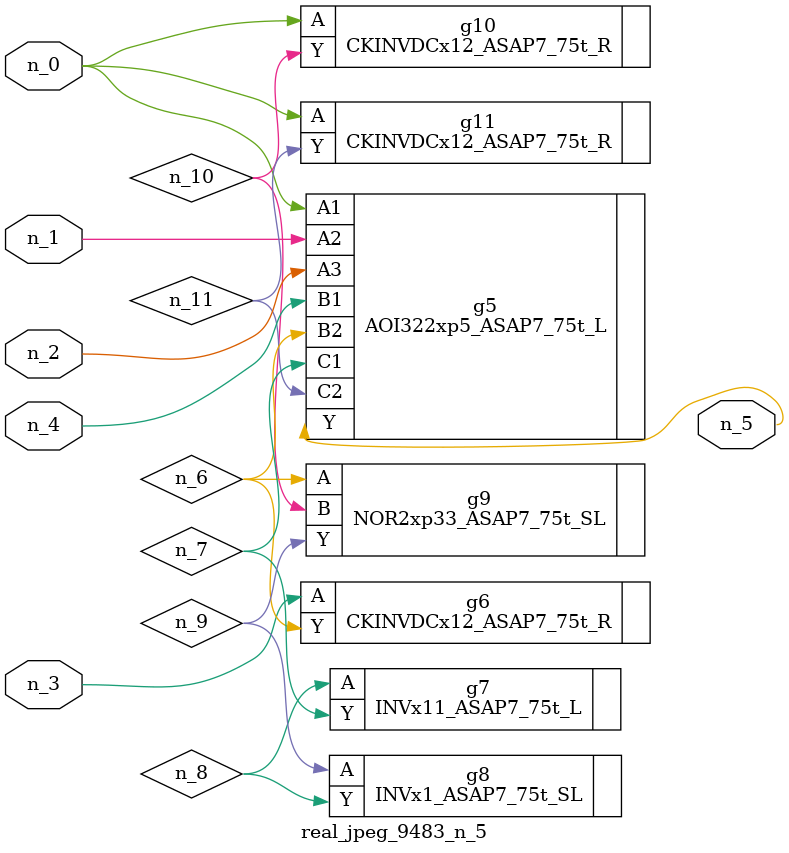
<source format=v>
module real_jpeg_9483_n_5 (n_4, n_0, n_1, n_2, n_3, n_5);

input n_4;
input n_0;
input n_1;
input n_2;
input n_3;

output n_5;

wire n_8;
wire n_11;
wire n_6;
wire n_7;
wire n_10;
wire n_9;

AOI322xp5_ASAP7_75t_L g5 ( 
.A1(n_0),
.A2(n_1),
.A3(n_2),
.B1(n_4),
.B2(n_6),
.C1(n_7),
.C2(n_11),
.Y(n_5)
);

CKINVDCx12_ASAP7_75t_R g10 ( 
.A(n_0),
.Y(n_10)
);

CKINVDCx12_ASAP7_75t_R g11 ( 
.A(n_0),
.Y(n_11)
);

CKINVDCx12_ASAP7_75t_R g6 ( 
.A(n_3),
.Y(n_6)
);

NOR2xp33_ASAP7_75t_SL g9 ( 
.A(n_6),
.B(n_10),
.Y(n_9)
);

INVx11_ASAP7_75t_L g7 ( 
.A(n_8),
.Y(n_7)
);

INVx1_ASAP7_75t_SL g8 ( 
.A(n_9),
.Y(n_8)
);


endmodule
</source>
